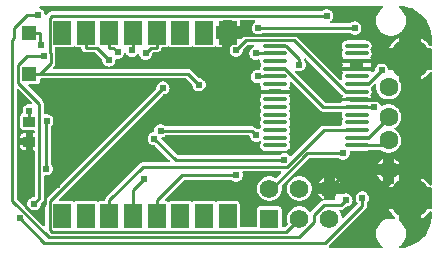
<source format=gtl>
G04 Layer: TopLayer*
G04 EasyEDA v6.5.48, 2025-02-22 14:07:37*
G04 17b28a04ad434079b4a69dc4657e0bf9,f2e2a8b566e441589a5ce94012aa69ba,10*
G04 Gerber Generator version 0.2*
G04 Scale: 100 percent, Rotated: No, Reflected: No *
G04 Dimensions in millimeters *
G04 leading zeros omitted , absolute positions ,4 integer and 5 decimal *
%FSLAX45Y45*%
%MOMM*%

%ADD10C,0.2540*%
%ADD11R,1.3000X1.3000*%
%ADD12R,1.0000X0.8999*%
%ADD13O,2.01549X0.36400740000000004*%
%ADD14R,1.5000X2.0000*%
%ADD15C,1.5748*%
%ADD16R,1.5748X1.5748*%
%ADD17C,1.6000*%
%ADD18C,3.4999*%
%ADD19C,0.6100*%
%ADD20C,0.0190*%

%LPD*%
G36*
X-3203498Y331114D02*
G01*
X-3207410Y331876D01*
X-3210661Y334111D01*
X-3212388Y335788D01*
X-3217265Y338886D01*
X-3222752Y340766D01*
X-3229051Y341477D01*
X-3324961Y341477D01*
X-3328822Y342290D01*
X-3332124Y344474D01*
X-3334359Y347776D01*
X-3335121Y351637D01*
X-3334359Y355549D01*
X-3332124Y358851D01*
X-2452471Y1238554D01*
X-2449576Y1240536D01*
X-2446172Y1241450D01*
X-2441752Y1241856D01*
X-2432253Y1244396D01*
X-2423363Y1248562D01*
X-2415286Y1254201D01*
X-2408377Y1261110D01*
X-2402738Y1269187D01*
X-2398572Y1278077D01*
X-2396032Y1287576D01*
X-2395169Y1297381D01*
X-2396032Y1307134D01*
X-2398572Y1316634D01*
X-2402738Y1325575D01*
X-2408377Y1333601D01*
X-2415286Y1340561D01*
X-2423363Y1346200D01*
X-2432253Y1350314D01*
X-2441752Y1352905D01*
X-2451557Y1353718D01*
X-2461310Y1352905D01*
X-2470810Y1350314D01*
X-2479751Y1346200D01*
X-2487777Y1340561D01*
X-2494737Y1333601D01*
X-2500376Y1325575D01*
X-2504490Y1316634D01*
X-2507081Y1307134D01*
X-2507894Y1297381D01*
X-2508504Y1293012D01*
X-2510840Y1289354D01*
X-3433572Y366623D01*
X-3438702Y360375D01*
X-3440379Y357225D01*
X-3443274Y353872D01*
X-3447338Y352044D01*
X-3451809Y352145D01*
X-3455771Y354177D01*
X-3458514Y357682D01*
X-3459479Y362000D01*
X-3459479Y546354D01*
X-3458616Y550468D01*
X-3456178Y553872D01*
X-3452622Y556006D01*
X-3448456Y556463D01*
X-3439515Y555701D01*
X-3429762Y556564D01*
X-3420262Y559104D01*
X-3411321Y563270D01*
X-3403295Y568909D01*
X-3396335Y575818D01*
X-3390696Y583895D01*
X-3386582Y592785D01*
X-3383991Y602284D01*
X-3383178Y612089D01*
X-3383991Y621842D01*
X-3386582Y631342D01*
X-3390696Y640283D01*
X-3396335Y648309D01*
X-3397961Y649884D01*
X-3400145Y653186D01*
X-3400907Y657098D01*
X-3400907Y967943D01*
X-3400145Y971854D01*
X-3397961Y975156D01*
X-3390849Y982218D01*
X-3385210Y990295D01*
X-3381044Y999185D01*
X-3378504Y1008684D01*
X-3377641Y1018489D01*
X-3378504Y1028242D01*
X-3381044Y1037742D01*
X-3385210Y1046683D01*
X-3390849Y1054709D01*
X-3397758Y1061669D01*
X-3405835Y1067308D01*
X-3414725Y1071422D01*
X-3424224Y1074013D01*
X-3434029Y1074826D01*
X-3443782Y1074013D01*
X-3446678Y1073200D01*
X-3450386Y1072946D01*
X-3453942Y1073962D01*
X-3456889Y1076248D01*
X-3458819Y1079398D01*
X-3459479Y1083005D01*
X-3459479Y1163574D01*
X-3460292Y1171600D01*
X-3462477Y1178814D01*
X-3466033Y1185468D01*
X-3471164Y1191717D01*
X-3588664Y1309268D01*
X-3590899Y1312519D01*
X-3591661Y1316431D01*
X-3590899Y1320342D01*
X-3588664Y1323594D01*
X-3585362Y1325829D01*
X-3581501Y1326591D01*
X-3516985Y1326591D01*
X-3510635Y1327302D01*
X-3505200Y1329232D01*
X-3500272Y1332280D01*
X-3496208Y1336395D01*
X-3493109Y1341272D01*
X-3491179Y1346758D01*
X-3490468Y1353058D01*
X-3490468Y1368755D01*
X-3489706Y1372616D01*
X-3487521Y1375918D01*
X-3484219Y1378153D01*
X-3480308Y1378915D01*
X-2259228Y1378915D01*
X-2255367Y1378153D01*
X-2252065Y1375918D01*
X-2204212Y1328064D01*
X-2202180Y1325168D01*
X-2201265Y1321765D01*
X-2200605Y1313738D01*
X-2198014Y1304239D01*
X-2193899Y1295349D01*
X-2188260Y1287272D01*
X-2181301Y1280363D01*
X-2173274Y1274724D01*
X-2164334Y1270558D01*
X-2154834Y1268018D01*
X-2145080Y1267155D01*
X-2135276Y1268018D01*
X-2125776Y1270558D01*
X-2116886Y1274724D01*
X-2108809Y1280363D01*
X-2101900Y1287272D01*
X-2096262Y1295349D01*
X-2092096Y1304239D01*
X-2089556Y1313738D01*
X-2088692Y1323543D01*
X-2089556Y1333296D01*
X-2092096Y1342796D01*
X-2096262Y1351737D01*
X-2101900Y1359763D01*
X-2108809Y1366723D01*
X-2116886Y1372362D01*
X-2125776Y1376476D01*
X-2135276Y1379067D01*
X-2143302Y1379728D01*
X-2146706Y1380642D01*
X-2149602Y1382674D01*
X-2211374Y1444447D01*
X-2217623Y1449578D01*
X-2224278Y1453134D01*
X-2231542Y1455318D01*
X-2239568Y1456131D01*
X-3370732Y1456131D01*
X-3374644Y1456893D01*
X-3377946Y1459077D01*
X-3380130Y1462379D01*
X-3380892Y1466291D01*
X-3380130Y1470152D01*
X-3377946Y1473454D01*
X-3374796Y1476603D01*
X-3369665Y1482852D01*
X-3366109Y1489506D01*
X-3363925Y1496720D01*
X-3363112Y1504746D01*
X-3363112Y1589786D01*
X-3363925Y1597812D01*
X-3366109Y1605076D01*
X-3367684Y1608632D01*
X-3367989Y1611122D01*
X-3367989Y1629511D01*
X-3367227Y1633423D01*
X-3364992Y1636725D01*
X-3361690Y1638909D01*
X-3357829Y1639671D01*
X-3229051Y1639671D01*
X-3222752Y1640382D01*
X-3217265Y1642313D01*
X-3212388Y1645412D01*
X-3210661Y1647088D01*
X-3207410Y1649323D01*
X-3203498Y1650085D01*
X-3199638Y1649323D01*
X-3196336Y1647088D01*
X-3194608Y1645412D01*
X-3189732Y1642313D01*
X-3184245Y1640382D01*
X-3177946Y1639671D01*
X-3151428Y1639671D01*
X-3147771Y1639011D01*
X-3144621Y1637080D01*
X-3142386Y1634083D01*
X-3139135Y1622907D01*
X-3135528Y1616252D01*
X-3130753Y1610410D01*
X-3124911Y1605635D01*
X-3118256Y1602028D01*
X-3110992Y1599844D01*
X-3102965Y1599082D01*
X-3032912Y1599082D01*
X-3029051Y1598320D01*
X-3025749Y1596085D01*
X-2968294Y1538630D01*
X-2966262Y1535734D01*
X-2965348Y1532331D01*
X-2964688Y1524304D01*
X-2962097Y1514805D01*
X-2957982Y1505915D01*
X-2952343Y1497838D01*
X-2945384Y1490929D01*
X-2937357Y1485290D01*
X-2928416Y1481124D01*
X-2918917Y1478584D01*
X-2909163Y1477721D01*
X-2899359Y1478584D01*
X-2889859Y1481124D01*
X-2880969Y1485290D01*
X-2872892Y1490929D01*
X-2865983Y1497838D01*
X-2860344Y1505915D01*
X-2856179Y1514805D01*
X-2853639Y1524254D01*
X-2852724Y1535379D01*
X-2851658Y1539189D01*
X-2849168Y1542338D01*
X-2845714Y1544269D01*
X-2841752Y1544675D01*
X-2834741Y1544066D01*
X-2824988Y1544929D01*
X-2815488Y1547469D01*
X-2806547Y1551635D01*
X-2798521Y1557274D01*
X-2791561Y1564182D01*
X-2785922Y1572260D01*
X-2781757Y1581200D01*
X-2780893Y1584350D01*
X-2779166Y1587754D01*
X-2776372Y1590344D01*
X-2772816Y1591665D01*
X-2769006Y1591564D01*
X-2765501Y1590090D01*
X-2762758Y1587449D01*
X-2756611Y1578660D01*
X-2749702Y1571752D01*
X-2741625Y1566113D01*
X-2732735Y1561947D01*
X-2723235Y1559407D01*
X-2713431Y1558544D01*
X-2703677Y1559407D01*
X-2694178Y1561947D01*
X-2685237Y1566113D01*
X-2677210Y1571752D01*
X-2667101Y1581962D01*
X-2663545Y1583436D01*
X-2659735Y1583486D01*
X-2656179Y1582115D01*
X-2653334Y1579575D01*
X-2651658Y1576120D01*
X-2650642Y1572310D01*
X-2646527Y1563420D01*
X-2640888Y1555343D01*
X-2633929Y1548434D01*
X-2625902Y1542796D01*
X-2616962Y1538630D01*
X-2607462Y1536090D01*
X-2597708Y1535226D01*
X-2587904Y1536090D01*
X-2578404Y1538630D01*
X-2569514Y1542796D01*
X-2561437Y1548434D01*
X-2554528Y1555343D01*
X-2548890Y1563420D01*
X-2544724Y1572310D01*
X-2542184Y1581810D01*
X-2541473Y1589786D01*
X-2540457Y1593392D01*
X-2538222Y1596390D01*
X-2535021Y1598371D01*
X-2531364Y1599082D01*
X-2503982Y1599082D01*
X-2495956Y1599844D01*
X-2488742Y1602028D01*
X-2482088Y1605635D01*
X-2476246Y1610410D01*
X-2471420Y1616252D01*
X-2467864Y1622907D01*
X-2464612Y1634083D01*
X-2462326Y1637080D01*
X-2459177Y1639011D01*
X-2455519Y1639671D01*
X-2429052Y1639671D01*
X-2422753Y1640382D01*
X-2417267Y1642313D01*
X-2412390Y1645412D01*
X-2410663Y1647088D01*
X-2407412Y1649323D01*
X-2403500Y1650085D01*
X-2399588Y1649323D01*
X-2396337Y1647088D01*
X-2394610Y1645412D01*
X-2389733Y1642313D01*
X-2384247Y1640382D01*
X-2377948Y1639671D01*
X-2229053Y1639671D01*
X-2222754Y1640382D01*
X-2217267Y1642313D01*
X-2212390Y1645412D01*
X-2210663Y1647088D01*
X-2207412Y1649323D01*
X-2203500Y1650085D01*
X-2199589Y1649323D01*
X-2196338Y1647088D01*
X-2194610Y1645412D01*
X-2189734Y1642313D01*
X-2184247Y1640382D01*
X-2177948Y1639671D01*
X-2029053Y1639671D01*
X-2022754Y1640382D01*
X-2017268Y1642313D01*
X-2012391Y1645412D01*
X-2010664Y1647088D01*
X-2007412Y1649323D01*
X-2003501Y1650085D01*
X-1999589Y1649323D01*
X-1996338Y1647088D01*
X-1994611Y1645412D01*
X-1989734Y1642313D01*
X-1984248Y1640382D01*
X-1977948Y1639671D01*
X-1947367Y1639671D01*
X-1947367Y1709267D01*
X-1992426Y1709267D01*
X-1996338Y1710029D01*
X-1999640Y1712214D01*
X-2001824Y1715516D01*
X-2002586Y1719427D01*
X-2002586Y1811782D01*
X-2001824Y1815693D01*
X-1999640Y1818995D01*
X-1996338Y1821180D01*
X-1992426Y1821942D01*
X-1947367Y1821942D01*
X-1947367Y1858822D01*
X-1946554Y1862683D01*
X-1944370Y1865985D01*
X-1941068Y1868220D01*
X-1937207Y1868982D01*
X-1869795Y1868982D01*
X-1865934Y1868220D01*
X-1862632Y1865985D01*
X-1860448Y1862683D01*
X-1859635Y1858822D01*
X-1859635Y1821942D01*
X-1802587Y1821942D01*
X-1802587Y1858822D01*
X-1801825Y1862683D01*
X-1799640Y1865985D01*
X-1796338Y1868220D01*
X-1792427Y1868982D01*
X-1679346Y1868982D01*
X-1675180Y1868068D01*
X-1671726Y1865579D01*
X-1669643Y1861870D01*
X-1669237Y1857654D01*
X-1670608Y1853590D01*
X-1673504Y1850491D01*
X-1678686Y1846884D01*
X-1685594Y1839925D01*
X-1691233Y1831898D01*
X-1695399Y1822957D01*
X-1697939Y1813458D01*
X-1698802Y1803704D01*
X-1697939Y1793900D01*
X-1695399Y1784400D01*
X-1691233Y1775510D01*
X-1685594Y1767433D01*
X-1678686Y1760524D01*
X-1674774Y1757781D01*
X-1671878Y1754682D01*
X-1670507Y1750618D01*
X-1670913Y1746402D01*
X-1672996Y1742693D01*
X-1676450Y1740204D01*
X-1680616Y1739290D01*
X-1748383Y1739290D01*
X-1756410Y1738528D01*
X-1763623Y1736343D01*
X-1770278Y1732737D01*
X-1776526Y1727657D01*
X-1791970Y1712214D01*
X-1795221Y1710029D01*
X-1799132Y1709267D01*
X-1859635Y1709267D01*
X-1859635Y1671828D01*
X-1860143Y1668627D01*
X-1861667Y1665732D01*
X-1864004Y1663496D01*
X-1869084Y1659940D01*
X-1875993Y1652981D01*
X-1881632Y1644954D01*
X-1885797Y1636014D01*
X-1888337Y1626514D01*
X-1889201Y1616760D01*
X-1888337Y1606956D01*
X-1885797Y1597456D01*
X-1881632Y1588566D01*
X-1875993Y1580489D01*
X-1869084Y1573580D01*
X-1861007Y1567942D01*
X-1852117Y1563776D01*
X-1842617Y1561236D01*
X-1832813Y1560372D01*
X-1823059Y1561236D01*
X-1813560Y1563776D01*
X-1804619Y1567942D01*
X-1796592Y1573580D01*
X-1789633Y1580489D01*
X-1783994Y1588566D01*
X-1779879Y1597456D01*
X-1777288Y1606956D01*
X-1776628Y1614982D01*
X-1775714Y1618386D01*
X-1773682Y1621282D01*
X-1735886Y1659128D01*
X-1732584Y1661312D01*
X-1728673Y1662074D01*
X-1687982Y1662074D01*
X-1684121Y1661312D01*
X-1680870Y1659178D01*
X-1678635Y1655978D01*
X-1677822Y1652168D01*
X-1678482Y1648358D01*
X-1680514Y1645005D01*
X-1683664Y1642719D01*
X-1691893Y1638909D01*
X-1699920Y1633270D01*
X-1706880Y1626311D01*
X-1712518Y1618284D01*
X-1716633Y1609344D01*
X-1719224Y1599844D01*
X-1720037Y1590090D01*
X-1719224Y1580286D01*
X-1716633Y1570786D01*
X-1712518Y1561896D01*
X-1706880Y1553819D01*
X-1699920Y1546910D01*
X-1691893Y1541272D01*
X-1682953Y1537106D01*
X-1673453Y1534566D01*
X-1663700Y1533702D01*
X-1653895Y1534566D01*
X-1644396Y1537106D01*
X-1642110Y1538173D01*
X-1638198Y1539138D01*
X-1634185Y1538427D01*
X-1630781Y1536293D01*
X-1628495Y1532940D01*
X-1627682Y1528978D01*
X-1627682Y1520342D01*
X-1626158Y1512316D01*
X-1623263Y1504746D01*
X-1618589Y1497228D01*
X-1617268Y1493774D01*
X-1617268Y1490014D01*
X-1618589Y1486560D01*
X-1623263Y1479042D01*
X-1626158Y1471472D01*
X-1627682Y1463446D01*
X-1627682Y1460093D01*
X-1628546Y1455978D01*
X-1630984Y1452575D01*
X-1634591Y1450441D01*
X-1638706Y1449933D01*
X-1648358Y1450797D01*
X-1658112Y1449933D01*
X-1667611Y1447393D01*
X-1676552Y1443228D01*
X-1684578Y1437589D01*
X-1691538Y1430680D01*
X-1697177Y1422603D01*
X-1701292Y1413713D01*
X-1703882Y1404213D01*
X-1704695Y1394409D01*
X-1703882Y1384655D01*
X-1701292Y1375156D01*
X-1697177Y1366215D01*
X-1691538Y1358188D01*
X-1684578Y1351229D01*
X-1676552Y1345590D01*
X-1667611Y1341475D01*
X-1658112Y1338884D01*
X-1648358Y1338072D01*
X-1638706Y1338884D01*
X-1634591Y1338376D01*
X-1630984Y1336243D01*
X-1628546Y1332839D01*
X-1627682Y1328775D01*
X-1627682Y1325321D01*
X-1626158Y1317345D01*
X-1623263Y1309776D01*
X-1618589Y1302258D01*
X-1617268Y1298752D01*
X-1617268Y1295044D01*
X-1618589Y1291539D01*
X-1623263Y1284020D01*
X-1624888Y1279855D01*
X-1556816Y1279855D01*
X-1554530Y1282750D01*
X-1551381Y1284630D01*
X-1547825Y1285290D01*
X-1454658Y1285290D01*
X-1451051Y1284630D01*
X-1447901Y1282750D01*
X-1445666Y1279855D01*
X-1377594Y1279855D01*
X-1379220Y1284020D01*
X-1383842Y1291539D01*
X-1385214Y1295044D01*
X-1385214Y1298752D01*
X-1383842Y1302258D01*
X-1379220Y1309776D01*
X-1376273Y1317345D01*
X-1374749Y1325321D01*
X-1374749Y1333449D01*
X-1375257Y1336141D01*
X-1375156Y1340408D01*
X-1373276Y1344218D01*
X-1370025Y1346962D01*
X-1365910Y1348130D01*
X-1361694Y1347520D01*
X-1358087Y1345184D01*
X-1120394Y1107440D01*
X-1114145Y1102360D01*
X-1107490Y1098753D01*
X-1100226Y1096568D01*
X-1092200Y1095806D01*
X-944422Y1095806D01*
X-940562Y1095044D01*
X-937310Y1092860D01*
X-935075Y1089660D01*
X-934262Y1085799D01*
X-936650Y1073454D01*
X-936650Y1065326D01*
X-935126Y1057351D01*
X-932180Y1049782D01*
X-927557Y1042263D01*
X-926185Y1038758D01*
X-926185Y1035050D01*
X-927557Y1031544D01*
X-932180Y1024026D01*
X-935126Y1016457D01*
X-936650Y1008481D01*
X-936650Y1000353D01*
X-934262Y988009D01*
X-935075Y984148D01*
X-937310Y980948D01*
X-940562Y978763D01*
X-944422Y978001D01*
X-1089558Y978001D01*
X-1097584Y977239D01*
X-1104798Y975055D01*
X-1111453Y971448D01*
X-1117701Y966368D01*
X-1362456Y721614D01*
X-1366164Y719277D01*
X-1370533Y718667D01*
X-1374698Y719988D01*
X-1377950Y722985D01*
X-1379778Y725576D01*
X-1386687Y732536D01*
X-1394764Y738174D01*
X-1403654Y742289D01*
X-1413154Y744880D01*
X-1417269Y745236D01*
X-1421384Y746455D01*
X-1424076Y748842D01*
X-1426768Y746353D01*
X-1430985Y745032D01*
X-1432712Y744880D01*
X-1442212Y742289D01*
X-1451152Y738174D01*
X-1459179Y732536D01*
X-1460754Y730910D01*
X-1464056Y728726D01*
X-1467967Y727964D01*
X-2323896Y727964D01*
X-2327757Y728726D01*
X-2331059Y730910D01*
X-2462276Y862126D01*
X-2464562Y865682D01*
X-2465222Y869848D01*
X-2464155Y873912D01*
X-2461463Y877214D01*
X-2457704Y879144D01*
X-2451811Y880719D01*
X-2442870Y884885D01*
X-2434844Y890524D01*
X-2433269Y892098D01*
X-2429967Y894334D01*
X-2426055Y895096D01*
X-1725371Y895096D01*
X-1721053Y894130D01*
X-1717598Y891438D01*
X-1715566Y887526D01*
X-1712772Y877062D01*
X-1708607Y868171D01*
X-1702968Y860094D01*
X-1696059Y853186D01*
X-1687982Y847547D01*
X-1679092Y843381D01*
X-1669592Y840841D01*
X-1659788Y839978D01*
X-1650034Y840841D01*
X-1640535Y843381D01*
X-1634591Y846124D01*
X-1630375Y847090D01*
X-1626158Y846226D01*
X-1622704Y843686D01*
X-1620570Y839927D01*
X-1620215Y835660D01*
X-1621688Y831596D01*
X-1623263Y829056D01*
X-1626158Y821436D01*
X-1627682Y813460D01*
X-1627682Y805332D01*
X-1626158Y797356D01*
X-1623263Y789736D01*
X-1618945Y782828D01*
X-1613458Y776833D01*
X-1607007Y771956D01*
X-1599692Y768299D01*
X-1591919Y766064D01*
X-1583334Y765302D01*
X-1431848Y765302D01*
X-1427581Y764336D01*
X-1424178Y761746D01*
X-1421434Y764184D01*
X-1417320Y765454D01*
X-1410563Y766064D01*
X-1402740Y768299D01*
X-1395476Y771956D01*
X-1388973Y776833D01*
X-1383487Y782828D01*
X-1379220Y789736D01*
X-1376273Y797356D01*
X-1374749Y805332D01*
X-1374749Y813460D01*
X-1376273Y821436D01*
X-1379220Y829056D01*
X-1383842Y836574D01*
X-1385214Y840028D01*
X-1385214Y843787D01*
X-1383842Y847242D01*
X-1379220Y854760D01*
X-1376273Y862330D01*
X-1374749Y870356D01*
X-1374749Y878484D01*
X-1376273Y886460D01*
X-1379220Y894029D01*
X-1383842Y901547D01*
X-1385214Y905052D01*
X-1385214Y908761D01*
X-1383842Y912266D01*
X-1379220Y919784D01*
X-1376273Y927353D01*
X-1374749Y935329D01*
X-1374749Y943457D01*
X-1376273Y951484D01*
X-1379220Y959053D01*
X-1383842Y966571D01*
X-1385214Y970026D01*
X-1385214Y973785D01*
X-1383842Y977239D01*
X-1379220Y984758D01*
X-1376273Y992327D01*
X-1374749Y1000353D01*
X-1374749Y1008481D01*
X-1376273Y1016457D01*
X-1379220Y1024026D01*
X-1383842Y1031544D01*
X-1385214Y1035050D01*
X-1385214Y1038758D01*
X-1383842Y1042263D01*
X-1379220Y1049782D01*
X-1376273Y1057351D01*
X-1374749Y1065326D01*
X-1374749Y1073454D01*
X-1376273Y1081481D01*
X-1379220Y1089050D01*
X-1383842Y1096568D01*
X-1385214Y1100023D01*
X-1385214Y1103782D01*
X-1383842Y1107236D01*
X-1379220Y1114755D01*
X-1376273Y1122324D01*
X-1374749Y1130350D01*
X-1374749Y1138478D01*
X-1376273Y1146454D01*
X-1379220Y1154023D01*
X-1383842Y1161542D01*
X-1385214Y1165047D01*
X-1385214Y1168755D01*
X-1383842Y1172260D01*
X-1379220Y1179779D01*
X-1376273Y1187348D01*
X-1374749Y1195324D01*
X-1374749Y1203452D01*
X-1376273Y1211478D01*
X-1379220Y1219047D01*
X-1383842Y1226566D01*
X-1385214Y1230020D01*
X-1385214Y1233779D01*
X-1383842Y1237234D01*
X-1379220Y1244752D01*
X-1377594Y1248968D01*
X-1445666Y1248968D01*
X-1447901Y1246073D01*
X-1451051Y1244193D01*
X-1454658Y1243533D01*
X-1547825Y1243533D01*
X-1551381Y1244193D01*
X-1554530Y1246073D01*
X-1556816Y1248968D01*
X-1624888Y1248968D01*
X-1623263Y1244752D01*
X-1618589Y1237234D01*
X-1617268Y1233779D01*
X-1617268Y1230020D01*
X-1618589Y1226566D01*
X-1623263Y1219047D01*
X-1626158Y1211478D01*
X-1627682Y1203452D01*
X-1627682Y1195324D01*
X-1626158Y1187348D01*
X-1623263Y1179779D01*
X-1618589Y1172260D01*
X-1617268Y1168755D01*
X-1617268Y1165047D01*
X-1618589Y1161542D01*
X-1623263Y1154023D01*
X-1626158Y1146454D01*
X-1627682Y1138478D01*
X-1627682Y1130350D01*
X-1626158Y1122324D01*
X-1623263Y1114755D01*
X-1618589Y1107236D01*
X-1617268Y1103782D01*
X-1617268Y1100023D01*
X-1618589Y1096568D01*
X-1623263Y1089050D01*
X-1626158Y1081481D01*
X-1627682Y1073454D01*
X-1627682Y1065326D01*
X-1626158Y1057351D01*
X-1623263Y1049782D01*
X-1618589Y1042263D01*
X-1617268Y1038758D01*
X-1617268Y1035050D01*
X-1618589Y1031544D01*
X-1623263Y1024026D01*
X-1626158Y1016457D01*
X-1627682Y1008481D01*
X-1627682Y1000353D01*
X-1626158Y992327D01*
X-1623263Y984758D01*
X-1618589Y977239D01*
X-1617268Y973785D01*
X-1617268Y970026D01*
X-1618589Y966571D01*
X-1623263Y959053D01*
X-1625142Y954125D01*
X-1627378Y950671D01*
X-1630832Y948334D01*
X-1634896Y947623D01*
X-1638909Y948588D01*
X-1640535Y949299D01*
X-1650034Y951890D01*
X-1658061Y952550D01*
X-1661464Y953465D01*
X-1664360Y955497D01*
X-1669491Y960628D01*
X-1675739Y965758D01*
X-1682394Y969314D01*
X-1689607Y971499D01*
X-1697634Y972312D01*
X-2426055Y972312D01*
X-2429967Y973074D01*
X-2433269Y975258D01*
X-2434844Y976884D01*
X-2442870Y982522D01*
X-2451811Y986637D01*
X-2461310Y989228D01*
X-2471064Y990041D01*
X-2480868Y989228D01*
X-2490368Y986637D01*
X-2499258Y982522D01*
X-2507335Y976884D01*
X-2514244Y969924D01*
X-2519883Y961898D01*
X-2524048Y952957D01*
X-2526588Y943457D01*
X-2527706Y929792D01*
X-2529230Y926592D01*
X-2531719Y924102D01*
X-2534920Y922629D01*
X-2541828Y920750D01*
X-2550718Y916635D01*
X-2558796Y910996D01*
X-2565704Y904036D01*
X-2571343Y896010D01*
X-2575509Y887069D01*
X-2578049Y877569D01*
X-2578912Y867816D01*
X-2578049Y858012D01*
X-2575509Y848512D01*
X-2571343Y839622D01*
X-2565704Y831545D01*
X-2558796Y824636D01*
X-2550718Y818997D01*
X-2541828Y814832D01*
X-2532329Y812292D01*
X-2524302Y811580D01*
X-2520899Y810666D01*
X-2518003Y808634D01*
X-2396032Y686714D01*
X-2393848Y683412D01*
X-2393086Y679551D01*
X-2393848Y675640D01*
X-2396032Y672338D01*
X-2399334Y670153D01*
X-2403246Y669391D01*
X-2615692Y669391D01*
X-2623718Y668578D01*
X-2630982Y666394D01*
X-2637637Y662838D01*
X-2643886Y657707D01*
X-2930448Y371144D01*
X-2935528Y364896D01*
X-2939135Y358241D01*
X-2942386Y347116D01*
X-2944622Y344119D01*
X-2947771Y342188D01*
X-2951429Y341528D01*
X-2977946Y341528D01*
X-2984246Y340817D01*
X-2989732Y338886D01*
X-2994609Y335788D01*
X-2996336Y334111D01*
X-2999587Y331876D01*
X-3003499Y331114D01*
X-3007410Y331876D01*
X-3010662Y334111D01*
X-3012389Y335788D01*
X-3017266Y338886D01*
X-3022752Y340817D01*
X-3029051Y341528D01*
X-3177946Y341528D01*
X-3184245Y340817D01*
X-3189732Y338886D01*
X-3194608Y335788D01*
X-3196336Y334111D01*
X-3199638Y331876D01*
G37*

%LPD*%
G36*
X-3601821Y275183D02*
G01*
X-3605784Y275945D01*
X-3609136Y278180D01*
X-3686962Y356006D01*
X-3689197Y359308D01*
X-3689959Y363220D01*
X-3689959Y1276807D01*
X-3689197Y1280668D01*
X-3686962Y1283970D01*
X-3683660Y1286154D01*
X-3679799Y1286967D01*
X-3675887Y1286154D01*
X-3672586Y1283970D01*
X-3565550Y1176883D01*
X-3563264Y1173480D01*
X-3562553Y1169416D01*
X-3563518Y1165402D01*
X-3565956Y1162151D01*
X-3569512Y1160068D01*
X-3573627Y1159611D01*
X-3583279Y1160424D01*
X-3593033Y1159611D01*
X-3602532Y1157020D01*
X-3611473Y1152906D01*
X-3619500Y1147267D01*
X-3626459Y1140307D01*
X-3632098Y1132281D01*
X-3636213Y1123340D01*
X-3638804Y1113840D01*
X-3639616Y1104087D01*
X-3638804Y1094282D01*
X-3638092Y1091692D01*
X-3637889Y1087424D01*
X-3639413Y1083462D01*
X-3642512Y1080465D01*
X-3647490Y1077315D01*
X-3651605Y1073200D01*
X-3654704Y1068324D01*
X-3656584Y1062837D01*
X-3657295Y1056538D01*
X-3657295Y967689D01*
X-3656584Y961339D01*
X-3654704Y955903D01*
X-3651605Y950976D01*
X-3647490Y946912D01*
X-3642614Y943813D01*
X-3637127Y941933D01*
X-3630828Y941222D01*
X-3546856Y941222D01*
X-3542995Y940409D01*
X-3539693Y938225D01*
X-3537458Y934923D01*
X-3536696Y931062D01*
X-3536696Y923188D01*
X-3537458Y919276D01*
X-3539693Y915974D01*
X-3542995Y913790D01*
X-3546856Y913028D01*
X-3550056Y913028D01*
X-3550056Y870966D01*
X-3546856Y870966D01*
X-3542995Y870203D01*
X-3539693Y867968D01*
X-3537458Y864666D01*
X-3536696Y860806D01*
X-3536696Y823417D01*
X-3537458Y819556D01*
X-3539693Y816254D01*
X-3542995Y814019D01*
X-3546856Y813257D01*
X-3550056Y813257D01*
X-3550056Y771194D01*
X-3546856Y771194D01*
X-3542995Y770432D01*
X-3539693Y768248D01*
X-3537458Y764946D01*
X-3536696Y761034D01*
X-3536696Y382219D01*
X-3537407Y378510D01*
X-3539388Y375310D01*
X-3542385Y373075D01*
X-3545992Y372059D01*
X-3552799Y371500D01*
X-3562299Y368909D01*
X-3571240Y364794D01*
X-3579266Y359156D01*
X-3586226Y352196D01*
X-3591864Y344170D01*
X-3595979Y335229D01*
X-3598570Y325729D01*
X-3599383Y315976D01*
X-3598570Y306171D01*
X-3595979Y296672D01*
X-3592728Y289661D01*
X-3591763Y285750D01*
X-3592423Y281787D01*
X-3594557Y278384D01*
X-3597859Y276047D01*
G37*

%LPC*%
G36*
X-3630828Y771194D02*
G01*
X-3612743Y771194D01*
X-3612743Y813257D01*
X-3657295Y813257D01*
X-3657295Y797661D01*
X-3656584Y791362D01*
X-3654704Y785876D01*
X-3651605Y780999D01*
X-3647490Y776884D01*
X-3642614Y773836D01*
X-3637127Y771906D01*
G37*
G36*
X-3657295Y870966D02*
G01*
X-3612743Y870966D01*
X-3612743Y913028D01*
X-3630828Y913028D01*
X-3637127Y912317D01*
X-3642614Y910386D01*
X-3647490Y907287D01*
X-3651605Y903224D01*
X-3654704Y898296D01*
X-3656584Y892860D01*
X-3657295Y886510D01*
G37*

%LPD*%
G36*
X-3455415Y128676D02*
G01*
X-3459276Y129438D01*
X-3462578Y131622D01*
X-3580841Y249885D01*
X-3583025Y253238D01*
X-3583787Y257200D01*
X-3582924Y261112D01*
X-3580637Y264414D01*
X-3577234Y266547D01*
X-3573272Y267208D01*
X-3569360Y266293D01*
X-3562299Y262991D01*
X-3552799Y260451D01*
X-3543046Y259588D01*
X-3533241Y260451D01*
X-3523742Y262991D01*
X-3514851Y267157D01*
X-3506774Y272796D01*
X-3499865Y279704D01*
X-3494227Y287782D01*
X-3490061Y296672D01*
X-3487521Y306171D01*
X-3486810Y314198D01*
X-3485896Y317601D01*
X-3483864Y320497D01*
X-3471164Y333248D01*
X-3466033Y339496D01*
X-3464356Y342595D01*
X-3461461Y345998D01*
X-3457397Y347776D01*
X-3452926Y347675D01*
X-3448964Y345694D01*
X-3446221Y342188D01*
X-3445256Y337820D01*
X-3445256Y138836D01*
X-3446018Y134924D01*
X-3448202Y131622D01*
X-3451504Y129438D01*
G37*

%LPD*%
G36*
X-1039723Y-58216D02*
G01*
X-1043635Y-57404D01*
X-1046937Y-55219D01*
X-1049121Y-51917D01*
X-1049883Y-48056D01*
X-1049121Y-44145D01*
X-1046937Y-40843D01*
X-736396Y269697D01*
X-731266Y275945D01*
X-727710Y282600D01*
X-725525Y289814D01*
X-724712Y297840D01*
X-724712Y320497D01*
X-723950Y324358D01*
X-721766Y327660D01*
X-720140Y329234D01*
X-714502Y337312D01*
X-710387Y346202D01*
X-707796Y355701D01*
X-706983Y365506D01*
X-707796Y375259D01*
X-710387Y384759D01*
X-714502Y393700D01*
X-720140Y401726D01*
X-727100Y408686D01*
X-735126Y414324D01*
X-744067Y418439D01*
X-753567Y421030D01*
X-763320Y421843D01*
X-773125Y421030D01*
X-782624Y418439D01*
X-791514Y414324D01*
X-799592Y408686D01*
X-806500Y401726D01*
X-812139Y393700D01*
X-816305Y384759D01*
X-818845Y375259D01*
X-819708Y365506D01*
X-818845Y355701D01*
X-816305Y346202D01*
X-812139Y337312D01*
X-806500Y329234D01*
X-804926Y327660D01*
X-802690Y324358D01*
X-801928Y320497D01*
X-801928Y317550D01*
X-802690Y313639D01*
X-804926Y310337D01*
X-920191Y195122D01*
X-923391Y192938D01*
X-927150Y192125D01*
X-930960Y192786D01*
X-934212Y194767D01*
X-936548Y197866D01*
X-937514Y201625D01*
X-937666Y204165D01*
X-940358Y217576D01*
X-944727Y230530D01*
X-950772Y242824D01*
X-955903Y250494D01*
X-957478Y254508D01*
X-957224Y258876D01*
X-955192Y262737D01*
X-951737Y265328D01*
X-947470Y266293D01*
X-945845Y266293D01*
X-937818Y267055D01*
X-930554Y269240D01*
X-923899Y272846D01*
X-917651Y277926D01*
X-906424Y289153D01*
X-903528Y291185D01*
X-900125Y292100D01*
X-892098Y292811D01*
X-882599Y295351D01*
X-873709Y299516D01*
X-865632Y305155D01*
X-858723Y312064D01*
X-853084Y320141D01*
X-848918Y329031D01*
X-846378Y338531D01*
X-845515Y348335D01*
X-846378Y358089D01*
X-848918Y367588D01*
X-853084Y376529D01*
X-858723Y384556D01*
X-865632Y391515D01*
X-873709Y397154D01*
X-882599Y401269D01*
X-892098Y403860D01*
X-901903Y404672D01*
X-911656Y403860D01*
X-921156Y401269D01*
X-928878Y397713D01*
X-932383Y396748D01*
X-936040Y397154D01*
X-939292Y398780D01*
X-995680Y398780D01*
X-995680Y353669D01*
X-996442Y349758D01*
X-998677Y346456D01*
X-1001928Y344271D01*
X-1005840Y343509D01*
X-1076960Y343509D01*
X-1080871Y344271D01*
X-1084122Y346456D01*
X-1086358Y349758D01*
X-1087120Y353669D01*
X-1087120Y398780D01*
X-1135278Y398780D01*
X-1132027Y392176D01*
X-1124407Y380796D01*
X-1115364Y370535D01*
X-1105052Y361492D01*
X-1100480Y358343D01*
X-1097584Y355396D01*
X-1096111Y351485D01*
X-1096314Y347370D01*
X-1098194Y343662D01*
X-1101344Y340969D01*
X-1108913Y336956D01*
X-1115161Y331825D01*
X-1195781Y251206D01*
X-1199540Y248818D01*
X-1203960Y248259D01*
X-1208176Y249682D01*
X-1211427Y252729D01*
X-1212392Y254203D01*
X-1221435Y264464D01*
X-1231696Y273507D01*
X-1243076Y281127D01*
X-1255369Y287172D01*
X-1268323Y291541D01*
X-1281734Y294233D01*
X-1295400Y295148D01*
X-1309065Y294233D01*
X-1322476Y291541D01*
X-1335430Y287172D01*
X-1347724Y281127D01*
X-1359103Y273507D01*
X-1369364Y264464D01*
X-1378407Y254203D01*
X-1386027Y242824D01*
X-1392072Y230530D01*
X-1396441Y217576D01*
X-1399133Y204165D01*
X-1400048Y190500D01*
X-1399133Y176834D01*
X-1396441Y163423D01*
X-1393596Y154940D01*
X-1393037Y151231D01*
X-1393901Y147574D01*
X-1396034Y144475D01*
X-1420266Y120243D01*
X-1423568Y118008D01*
X-1427429Y117246D01*
X-1434592Y117246D01*
X-1438503Y118008D01*
X-1441754Y120243D01*
X-1443990Y123545D01*
X-1444752Y127406D01*
X-1444752Y268681D01*
X-1445463Y274980D01*
X-1447393Y280466D01*
X-1450441Y285343D01*
X-1454556Y289458D01*
X-1459433Y292506D01*
X-1464919Y294436D01*
X-1471218Y295148D01*
X-1627581Y295148D01*
X-1633880Y294436D01*
X-1639366Y292506D01*
X-1644243Y289458D01*
X-1648358Y285343D01*
X-1651406Y280466D01*
X-1653336Y274980D01*
X-1654048Y268681D01*
X-1654048Y127406D01*
X-1654810Y123545D01*
X-1657045Y120243D01*
X-1660296Y118008D01*
X-1664207Y117246D01*
X-1792427Y117246D01*
X-1796338Y118008D01*
X-1799589Y120243D01*
X-1801825Y123545D01*
X-1802587Y127406D01*
X-1802587Y315010D01*
X-1803298Y321360D01*
X-1805228Y326796D01*
X-1808276Y331724D01*
X-1812391Y335788D01*
X-1817268Y338886D01*
X-1822754Y340817D01*
X-1829054Y341528D01*
X-1977948Y341528D01*
X-1984248Y340817D01*
X-1989734Y338886D01*
X-1994611Y335788D01*
X-1996338Y334111D01*
X-1999589Y331876D01*
X-2003501Y331114D01*
X-2007362Y331876D01*
X-2010664Y334111D01*
X-2012391Y335788D01*
X-2017268Y338886D01*
X-2022754Y340817D01*
X-2029053Y341528D01*
X-2177948Y341528D01*
X-2184247Y340817D01*
X-2189734Y338886D01*
X-2194610Y335788D01*
X-2196338Y334111D01*
X-2199589Y331876D01*
X-2203500Y331114D01*
X-2207361Y331876D01*
X-2210663Y334111D01*
X-2212390Y335788D01*
X-2217267Y338886D01*
X-2222754Y340817D01*
X-2229053Y341528D01*
X-2377948Y341528D01*
X-2384247Y340817D01*
X-2389733Y338886D01*
X-2394610Y335788D01*
X-2396337Y334111D01*
X-2399588Y331876D01*
X-2403500Y331114D01*
X-2407361Y331876D01*
X-2410663Y334111D01*
X-2412390Y335788D01*
X-2417267Y338886D01*
X-2422753Y340817D01*
X-2427681Y341376D01*
X-2431288Y342442D01*
X-2434285Y344830D01*
X-2436164Y348081D01*
X-2436723Y351840D01*
X-2435860Y355498D01*
X-2433726Y358648D01*
X-2276602Y515772D01*
X-2273300Y518007D01*
X-2269439Y518769D01*
X-1875942Y518769D01*
X-1872030Y518007D01*
X-1868728Y515772D01*
X-1867154Y514197D01*
X-1859127Y508558D01*
X-1850186Y504393D01*
X-1840687Y501853D01*
X-1830933Y500989D01*
X-1821129Y501853D01*
X-1811629Y504393D01*
X-1802739Y508558D01*
X-1794662Y514197D01*
X-1787753Y521106D01*
X-1782114Y529183D01*
X-1777949Y538073D01*
X-1775409Y547573D01*
X-1774545Y557377D01*
X-1775409Y567131D01*
X-1779371Y581660D01*
X-1778711Y585622D01*
X-1776526Y589076D01*
X-1773224Y591362D01*
X-1769262Y592175D01*
X-1458772Y592175D01*
X-1454861Y591413D01*
X-1451559Y589178D01*
X-1449374Y585876D01*
X-1448612Y582015D01*
X-1449374Y578104D01*
X-1451559Y574802D01*
X-1488033Y538327D01*
X-1491538Y536041D01*
X-1495704Y535381D01*
X-1499717Y536397D01*
X-1509369Y541172D01*
X-1522323Y545541D01*
X-1535734Y548233D01*
X-1549400Y549148D01*
X-1563065Y548233D01*
X-1576476Y545541D01*
X-1589430Y541172D01*
X-1601724Y535127D01*
X-1613103Y527507D01*
X-1623364Y518464D01*
X-1632407Y508203D01*
X-1640027Y496824D01*
X-1646072Y484530D01*
X-1650441Y471576D01*
X-1653133Y458165D01*
X-1654048Y444500D01*
X-1653133Y430834D01*
X-1650441Y417423D01*
X-1646072Y404469D01*
X-1640027Y392176D01*
X-1632407Y380796D01*
X-1623364Y370535D01*
X-1613103Y361492D01*
X-1601724Y353872D01*
X-1589430Y347827D01*
X-1576476Y343458D01*
X-1563065Y340766D01*
X-1549400Y339852D01*
X-1535734Y340766D01*
X-1522323Y343458D01*
X-1509369Y347827D01*
X-1497076Y353872D01*
X-1485696Y361492D01*
X-1475435Y370535D01*
X-1466392Y380796D01*
X-1458772Y392176D01*
X-1452727Y404469D01*
X-1448358Y417423D01*
X-1445666Y430834D01*
X-1444752Y444500D01*
X-1445666Y458165D01*
X-1446834Y464007D01*
X-1446936Y467309D01*
X-1445971Y470458D01*
X-1444040Y473151D01*
X-1214475Y702767D01*
X-1211173Y704951D01*
X-1207262Y705713D01*
X-971499Y705713D01*
X-967587Y704951D01*
X-964285Y702767D01*
X-962710Y701141D01*
X-954684Y695502D01*
X-945743Y691388D01*
X-936244Y688797D01*
X-926490Y687984D01*
X-916686Y688797D01*
X-907186Y691388D01*
X-898296Y695502D01*
X-890219Y701141D01*
X-883310Y708101D01*
X-877671Y716127D01*
X-873506Y725068D01*
X-870966Y734568D01*
X-870102Y744321D01*
X-870966Y754227D01*
X-870458Y758393D01*
X-868324Y762000D01*
X-864920Y764438D01*
X-860856Y765302D01*
X-728065Y765302D01*
X-719480Y766064D01*
X-711708Y768299D01*
X-706628Y770534D01*
X-704291Y770788D01*
X-611276Y770788D01*
X-608279Y770382D01*
X-605586Y769061D01*
X-593191Y760730D01*
X-580796Y754583D01*
X-567639Y750163D01*
X-554075Y747420D01*
X-540258Y746556D01*
X-526440Y747420D01*
X-512876Y750163D01*
X-499719Y754583D01*
X-487324Y760730D01*
X-475792Y768400D01*
X-465378Y777544D01*
X-456234Y787958D01*
X-448564Y799490D01*
X-442417Y811885D01*
X-437997Y825042D01*
X-435254Y838606D01*
X-434390Y852424D01*
X-435254Y866241D01*
X-437997Y879805D01*
X-442417Y892962D01*
X-448564Y905357D01*
X-456234Y916889D01*
X-465378Y927303D01*
X-475792Y936447D01*
X-486867Y943864D01*
X-489712Y946658D01*
X-491235Y950315D01*
X-491235Y954278D01*
X-489712Y957935D01*
X-486867Y960729D01*
X-475538Y968298D01*
X-465124Y977442D01*
X-455980Y987856D01*
X-448309Y999388D01*
X-442163Y1011783D01*
X-437743Y1024940D01*
X-435000Y1038504D01*
X-434136Y1052322D01*
X-435000Y1066139D01*
X-437743Y1079703D01*
X-442163Y1092860D01*
X-448309Y1105255D01*
X-455980Y1116787D01*
X-465124Y1127201D01*
X-475538Y1136345D01*
X-487070Y1144016D01*
X-499465Y1150162D01*
X-512622Y1154582D01*
X-526186Y1157325D01*
X-540004Y1158189D01*
X-553821Y1157325D01*
X-567385Y1154582D01*
X-580542Y1150162D01*
X-593191Y1143863D01*
X-596696Y1142390D01*
X-600557Y1142288D01*
X-604113Y1143660D01*
X-606958Y1146251D01*
X-608634Y1149705D01*
X-609701Y1153668D01*
X-613867Y1162608D01*
X-619506Y1170635D01*
X-626414Y1177594D01*
X-634492Y1183233D01*
X-643382Y1187348D01*
X-652881Y1189939D01*
X-662686Y1190752D01*
X-672439Y1189939D01*
X-681939Y1187348D01*
X-687273Y1184910D01*
X-691540Y1183944D01*
X-754583Y1183944D01*
X-756869Y1181049D01*
X-760018Y1179169D01*
X-763574Y1178509D01*
X-856742Y1178509D01*
X-860348Y1179169D01*
X-863498Y1181049D01*
X-865733Y1183944D01*
X-934415Y1183944D01*
X-934262Y1182979D01*
X-935075Y1179169D01*
X-937310Y1175918D01*
X-940562Y1173784D01*
X-944422Y1173022D01*
X-1072540Y1173022D01*
X-1076401Y1173784D01*
X-1079703Y1175969D01*
X-1329944Y1426210D01*
X-1332179Y1429562D01*
X-1332941Y1433525D01*
X-1332077Y1437487D01*
X-1329740Y1440789D01*
X-1326337Y1442923D01*
X-1322374Y1443583D01*
X-1318463Y1442618D01*
X-1316685Y1441805D01*
X-1307185Y1439214D01*
X-1297381Y1438402D01*
X-1287627Y1439214D01*
X-1278128Y1441805D01*
X-1269187Y1445920D01*
X-1261160Y1451559D01*
X-1254201Y1458518D01*
X-1248562Y1466545D01*
X-1244447Y1475486D01*
X-1241856Y1484985D01*
X-1241044Y1494739D01*
X-1241856Y1504543D01*
X-1244447Y1514043D01*
X-1248562Y1522933D01*
X-1254607Y1531569D01*
X-1256284Y1535531D01*
X-1256182Y1539798D01*
X-1254353Y1543659D01*
X-1251051Y1546402D01*
X-1246936Y1547571D01*
X-1242720Y1546910D01*
X-1239113Y1544574D01*
X-931976Y1237437D01*
X-929081Y1234236D01*
X-927862Y1230833D01*
X-927912Y1227175D01*
X-929233Y1223822D01*
X-932180Y1219047D01*
X-933805Y1214831D01*
X-865733Y1214831D01*
X-863498Y1217726D01*
X-860348Y1219606D01*
X-856742Y1220266D01*
X-763574Y1220266D01*
X-760018Y1219606D01*
X-756869Y1217726D01*
X-754583Y1214831D01*
X-686511Y1214831D01*
X-688136Y1219047D01*
X-692810Y1226566D01*
X-694131Y1230020D01*
X-694131Y1233779D01*
X-692810Y1237234D01*
X-688136Y1244752D01*
X-685241Y1252321D01*
X-683717Y1260348D01*
X-683717Y1268476D01*
X-685241Y1276451D01*
X-688136Y1284020D01*
X-691489Y1289456D01*
X-692962Y1293723D01*
X-692454Y1298194D01*
X-690067Y1302004D01*
X-661365Y1330655D01*
X-657758Y1332992D01*
X-653491Y1333601D01*
X-649376Y1332433D01*
X-646125Y1329690D01*
X-644296Y1325778D01*
X-644194Y1321511D01*
X-645261Y1316329D01*
X-646125Y1302512D01*
X-645261Y1288694D01*
X-642518Y1275130D01*
X-638098Y1261973D01*
X-631952Y1249578D01*
X-624281Y1238046D01*
X-615137Y1227632D01*
X-604723Y1218488D01*
X-593191Y1210818D01*
X-580796Y1204671D01*
X-567639Y1200251D01*
X-554075Y1197508D01*
X-540258Y1196644D01*
X-526440Y1197508D01*
X-512876Y1200251D01*
X-499719Y1204671D01*
X-487324Y1210818D01*
X-475792Y1218488D01*
X-465378Y1227632D01*
X-456234Y1238046D01*
X-448564Y1249578D01*
X-442417Y1261973D01*
X-437997Y1275130D01*
X-435254Y1288694D01*
X-434390Y1302512D01*
X-435254Y1316329D01*
X-437997Y1329893D01*
X-442417Y1343050D01*
X-448564Y1355445D01*
X-452323Y1361084D01*
X-453593Y1363776D01*
X-453999Y1366723D01*
X-453999Y1448460D01*
X-533501Y1448460D01*
X-537819Y1449425D01*
X-541324Y1452118D01*
X-543306Y1456029D01*
X-546150Y1466850D01*
X-550265Y1475740D01*
X-555904Y1483766D01*
X-562864Y1490726D01*
X-570890Y1496364D01*
X-579831Y1500479D01*
X-589330Y1503070D01*
X-599084Y1503883D01*
X-608888Y1503070D01*
X-618388Y1500479D01*
X-627278Y1496364D01*
X-635355Y1490726D01*
X-642264Y1483766D01*
X-647903Y1475740D01*
X-652068Y1466799D01*
X-654608Y1457299D01*
X-655320Y1449273D01*
X-656234Y1445869D01*
X-658266Y1442974D01*
X-670966Y1430274D01*
X-674217Y1428089D01*
X-678078Y1427276D01*
X-681939Y1428038D01*
X-685241Y1430172D01*
X-687476Y1433372D01*
X-688340Y1437233D01*
X-687628Y1441094D01*
X-686511Y1443939D01*
X-754583Y1443939D01*
X-756869Y1441043D01*
X-760018Y1439164D01*
X-763574Y1438503D01*
X-856742Y1438503D01*
X-860348Y1439164D01*
X-863498Y1441043D01*
X-865733Y1443939D01*
X-933805Y1443939D01*
X-932180Y1439773D01*
X-927557Y1432255D01*
X-926185Y1428750D01*
X-926185Y1425041D01*
X-927557Y1421536D01*
X-932180Y1414018D01*
X-935126Y1406448D01*
X-936650Y1398473D01*
X-936650Y1390345D01*
X-935126Y1382318D01*
X-931976Y1374140D01*
X-931265Y1370279D01*
X-932129Y1366418D01*
X-934364Y1363167D01*
X-937615Y1361033D01*
X-941476Y1360322D01*
X-945337Y1361084D01*
X-948588Y1363268D01*
X-1312976Y1727657D01*
X-1319225Y1732737D01*
X-1325880Y1736343D01*
X-1333093Y1738528D01*
X-1341120Y1739290D01*
X-1604264Y1739290D01*
X-1608429Y1740204D01*
X-1611833Y1742693D01*
X-1613966Y1746402D01*
X-1614373Y1750618D01*
X-1613001Y1754682D01*
X-1610106Y1757781D01*
X-1606194Y1760524D01*
X-1604619Y1762099D01*
X-1601317Y1764334D01*
X-1597406Y1765096D01*
X-871575Y1765096D01*
X-867714Y1764334D01*
X-864412Y1762099D01*
X-862837Y1760524D01*
X-854760Y1754886D01*
X-845870Y1750720D01*
X-836371Y1748180D01*
X-826566Y1747316D01*
X-816813Y1748180D01*
X-807313Y1750720D01*
X-798372Y1754886D01*
X-790346Y1760524D01*
X-783386Y1767433D01*
X-777748Y1775510D01*
X-773633Y1784400D01*
X-771042Y1793900D01*
X-770229Y1803704D01*
X-771042Y1813458D01*
X-773633Y1822957D01*
X-777748Y1831898D01*
X-783386Y1839925D01*
X-790346Y1846884D01*
X-798372Y1852523D01*
X-807313Y1856638D01*
X-816813Y1859229D01*
X-826566Y1860042D01*
X-836371Y1859229D01*
X-845870Y1856638D01*
X-854760Y1852523D01*
X-862837Y1846884D01*
X-864412Y1845259D01*
X-867714Y1843074D01*
X-871575Y1842312D01*
X-1028344Y1842312D01*
X-1032510Y1843176D01*
X-1035964Y1845716D01*
X-1038047Y1849424D01*
X-1038453Y1853641D01*
X-1037082Y1857654D01*
X-1034186Y1860804D01*
X-1029004Y1864410D01*
X-1022096Y1871319D01*
X-1016457Y1879396D01*
X-1012291Y1888286D01*
X-1009751Y1897786D01*
X-1008887Y1907590D01*
X-1009751Y1917344D01*
X-1012291Y1926843D01*
X-1016457Y1935784D01*
X-1022096Y1943811D01*
X-1029004Y1950770D01*
X-1037082Y1956409D01*
X-1045971Y1960524D01*
X-1055471Y1963115D01*
X-1065276Y1963928D01*
X-1075029Y1963115D01*
X-1084529Y1960524D01*
X-1093470Y1956409D01*
X-1101496Y1950770D01*
X-1103071Y1949145D01*
X-1106373Y1946960D01*
X-1110284Y1946198D01*
X-3391255Y1946198D01*
X-3399282Y1945386D01*
X-3406495Y1943201D01*
X-3413150Y1939645D01*
X-3419398Y1934514D01*
X-3433521Y1920392D01*
X-3435959Y1917446D01*
X-3439058Y1914906D01*
X-3442868Y1913788D01*
X-3446830Y1914194D01*
X-3450285Y1916074D01*
X-3452825Y1919173D01*
X-3453942Y1922983D01*
X-3454196Y1926031D01*
X-3456736Y1935530D01*
X-3460902Y1944471D01*
X-3466541Y1952498D01*
X-3473450Y1959457D01*
X-3481527Y1965096D01*
X-3494024Y1970989D01*
X-3496614Y1973986D01*
X-3497884Y1977796D01*
X-3497630Y1981758D01*
X-3495801Y1985314D01*
X-3492804Y1987905D01*
X-3488994Y1989124D01*
X-3480308Y1990140D01*
X-3458514Y1991004D01*
X-597865Y1991004D01*
X-593598Y1990039D01*
X-590143Y1987397D01*
X-588060Y1983536D01*
X-587857Y1979218D01*
X-589432Y1975154D01*
X-593140Y1971802D01*
X-605231Y1962302D01*
X-616102Y1951431D01*
X-625602Y1939340D01*
X-633577Y1926132D01*
X-639927Y1912112D01*
X-644499Y1897430D01*
X-647242Y1882292D01*
X-648208Y1866900D01*
X-647242Y1851507D01*
X-644499Y1836369D01*
X-639927Y1821688D01*
X-633577Y1807667D01*
X-625602Y1794459D01*
X-616102Y1782368D01*
X-605231Y1771497D01*
X-593140Y1761998D01*
X-579932Y1754022D01*
X-565912Y1747672D01*
X-551230Y1743100D01*
X-536092Y1740357D01*
X-520700Y1739392D01*
X-505307Y1740357D01*
X-490169Y1743100D01*
X-475488Y1747672D01*
X-461467Y1754022D01*
X-448259Y1761998D01*
X-436168Y1771497D01*
X-425297Y1782368D01*
X-415798Y1794459D01*
X-407822Y1807667D01*
X-401472Y1821688D01*
X-396900Y1836369D01*
X-394157Y1851507D01*
X-393192Y1866900D01*
X-394157Y1882292D01*
X-396900Y1897430D01*
X-401472Y1912112D01*
X-407822Y1926132D01*
X-415798Y1939340D01*
X-425297Y1951431D01*
X-436168Y1962302D01*
X-448360Y1971852D01*
X-451561Y1974951D01*
X-453135Y1979066D01*
X-452831Y1983486D01*
X-450646Y1987346D01*
X-447040Y1989937D01*
X-442722Y1990699D01*
X-427329Y1990089D01*
X-405942Y1987499D01*
X-384860Y1983282D01*
X-364134Y1977440D01*
X-343966Y1969922D01*
X-324408Y1960880D01*
X-305663Y1950364D01*
X-287782Y1938375D01*
X-270916Y1925015D01*
X-255117Y1910384D01*
X-240538Y1894586D01*
X-227279Y1877669D01*
X-215341Y1859737D01*
X-204825Y1840941D01*
X-195834Y1821383D01*
X-188417Y1801215D01*
X-182626Y1780489D01*
X-178460Y1759356D01*
X-175971Y1738020D01*
X-175107Y1716227D01*
X-175107Y1660245D01*
X-175971Y1656080D01*
X-178460Y1652676D01*
X-182118Y1650542D01*
X-186334Y1650136D01*
X-190347Y1651406D01*
X-193497Y1654251D01*
X-203555Y1668068D01*
X-216408Y1682597D01*
X-230632Y1695805D01*
X-246075Y1707642D01*
X-262534Y1717852D01*
X-266344Y1719732D01*
X-266344Y1636115D01*
X-185267Y1636115D01*
X-181406Y1635353D01*
X-178104Y1633169D01*
X-175869Y1629867D01*
X-175107Y1625955D01*
X-175107Y1458620D01*
X-175869Y1454708D01*
X-178104Y1451406D01*
X-181406Y1449222D01*
X-185267Y1448460D01*
X-266344Y1448460D01*
X-266344Y1364843D01*
X-262534Y1366723D01*
X-246075Y1376934D01*
X-230632Y1388719D01*
X-216408Y1401978D01*
X-203555Y1416507D01*
X-193497Y1430324D01*
X-190347Y1433169D01*
X-186334Y1434439D01*
X-182118Y1434033D01*
X-178460Y1431899D01*
X-175971Y1428496D01*
X-175107Y1424330D01*
X-175107Y480415D01*
X-175971Y476250D01*
X-178460Y472846D01*
X-182118Y470712D01*
X-186334Y470306D01*
X-190347Y471576D01*
X-193497Y474421D01*
X-203555Y488238D01*
X-216408Y502767D01*
X-230632Y515975D01*
X-246075Y527812D01*
X-262534Y538022D01*
X-266344Y539902D01*
X-266344Y456285D01*
X-185267Y456285D01*
X-181406Y455523D01*
X-178104Y453339D01*
X-175869Y450037D01*
X-175107Y446125D01*
X-175107Y278790D01*
X-175869Y274878D01*
X-178104Y271576D01*
X-181406Y269392D01*
X-185267Y268630D01*
X-266344Y268630D01*
X-266344Y185013D01*
X-262534Y186893D01*
X-246075Y197104D01*
X-230632Y208889D01*
X-216408Y222148D01*
X-203555Y236677D01*
X-193497Y250494D01*
X-190347Y253339D01*
X-186334Y254609D01*
X-182118Y254203D01*
X-178460Y252069D01*
X-175971Y248666D01*
X-175107Y244500D01*
X-175107Y216204D01*
X-176022Y194005D01*
X-178562Y172618D01*
X-182829Y151536D01*
X-188671Y130810D01*
X-196138Y110642D01*
X-205181Y91135D01*
X-215747Y72390D01*
X-227736Y54508D01*
X-241046Y37592D01*
X-255676Y21844D01*
X-271526Y7264D01*
X-288442Y-6045D01*
X-306374Y-17983D01*
X-325120Y-28448D01*
X-344678Y-37439D01*
X-364896Y-44856D01*
X-385622Y-50698D01*
X-406704Y-54864D01*
X-428091Y-57353D01*
X-439318Y-57759D01*
X-443484Y-57048D01*
X-447040Y-54711D01*
X-449275Y-51155D01*
X-449884Y-46939D01*
X-448716Y-42875D01*
X-445973Y-39624D01*
X-436168Y-31902D01*
X-425297Y-21031D01*
X-415798Y-8940D01*
X-407822Y4267D01*
X-401472Y18288D01*
X-396900Y32969D01*
X-394157Y48107D01*
X-393192Y63500D01*
X-394157Y78892D01*
X-396900Y94030D01*
X-401472Y108712D01*
X-407822Y122732D01*
X-415798Y135940D01*
X-425297Y148031D01*
X-436168Y158902D01*
X-451713Y171196D01*
X-453440Y174193D01*
X-453999Y177647D01*
X-453999Y268630D01*
X-537514Y268630D01*
X-533349Y260604D01*
X-522681Y244398D01*
X-510540Y229260D01*
X-496976Y215341D01*
X-485597Y205740D01*
X-482904Y202234D01*
X-481990Y197916D01*
X-482955Y193649D01*
X-485648Y190144D01*
X-489559Y188163D01*
X-493979Y187960D01*
X-505307Y190042D01*
X-520700Y191008D01*
X-536092Y190042D01*
X-551230Y187299D01*
X-565912Y182727D01*
X-579932Y176377D01*
X-593140Y168402D01*
X-605231Y158902D01*
X-616102Y148031D01*
X-625602Y135940D01*
X-633577Y122732D01*
X-639927Y108712D01*
X-644499Y94030D01*
X-647242Y78892D01*
X-648208Y63500D01*
X-647242Y48107D01*
X-644499Y32969D01*
X-639927Y18288D01*
X-633577Y4267D01*
X-625602Y-8940D01*
X-616102Y-21031D01*
X-605231Y-31902D01*
X-594918Y-40030D01*
X-592226Y-43230D01*
X-591058Y-47193D01*
X-591566Y-51358D01*
X-593699Y-54914D01*
X-597103Y-57353D01*
X-601167Y-58216D01*
G37*

%LPC*%
G36*
X-1295400Y339852D02*
G01*
X-1281734Y340766D01*
X-1268323Y343458D01*
X-1255369Y347827D01*
X-1243076Y353872D01*
X-1231696Y361492D01*
X-1221435Y370535D01*
X-1212392Y380796D01*
X-1204772Y392176D01*
X-1198727Y404469D01*
X-1194358Y417423D01*
X-1191666Y430834D01*
X-1190752Y444500D01*
X-1191666Y458165D01*
X-1194358Y471576D01*
X-1198727Y484530D01*
X-1204772Y496824D01*
X-1212392Y508203D01*
X-1221435Y518464D01*
X-1231696Y527507D01*
X-1243076Y535127D01*
X-1255369Y541172D01*
X-1268323Y545541D01*
X-1281734Y548233D01*
X-1295400Y549148D01*
X-1309065Y548233D01*
X-1322476Y545541D01*
X-1335430Y541172D01*
X-1347724Y535127D01*
X-1359103Y527507D01*
X-1369364Y518464D01*
X-1378407Y508203D01*
X-1386027Y496824D01*
X-1392072Y484530D01*
X-1396441Y471576D01*
X-1399133Y458165D01*
X-1400048Y444500D01*
X-1399133Y430834D01*
X-1396441Y417423D01*
X-1392072Y404469D01*
X-1386027Y392176D01*
X-1378407Y380796D01*
X-1369364Y370535D01*
X-1359103Y361492D01*
X-1347724Y353872D01*
X-1335430Y347827D01*
X-1322476Y343458D01*
X-1309065Y340766D01*
G37*
G36*
X-537514Y456285D02*
G01*
X-453999Y456285D01*
X-453999Y556158D01*
X-493674Y556158D01*
X-493674Y492455D01*
X-494538Y488391D01*
X-496925Y484987D01*
X-500532Y482854D01*
X-508000Y480415D01*
X-524865Y477215D01*
X-533349Y464312D01*
G37*
G36*
X-1135278Y490220D02*
G01*
X-1087120Y490220D01*
X-1087120Y538378D01*
X-1093724Y535127D01*
X-1105103Y527507D01*
X-1115364Y518464D01*
X-1124407Y508203D01*
X-1132027Y496824D01*
G37*
G36*
X-995680Y490220D02*
G01*
X-947521Y490220D01*
X-950772Y496824D01*
X-958392Y508203D01*
X-967435Y518464D01*
X-977696Y527507D01*
X-989076Y535127D01*
X-995680Y538378D01*
G37*
G36*
X-586333Y507542D02*
G01*
X-586333Y556158D01*
X-634949Y556158D01*
X-631698Y549554D01*
X-624027Y538022D01*
X-614883Y527608D01*
X-604469Y518464D01*
X-592937Y510793D01*
G37*
G36*
X-493674Y648817D02*
G01*
X-445058Y648817D01*
X-448309Y655421D01*
X-455980Y666953D01*
X-465124Y677367D01*
X-475538Y686511D01*
X-487070Y694182D01*
X-493674Y697433D01*
G37*
G36*
X-634949Y648817D02*
G01*
X-586333Y648817D01*
X-586333Y697433D01*
X-592937Y694182D01*
X-604469Y686511D01*
X-614883Y677367D01*
X-624027Y666953D01*
X-631698Y655421D01*
G37*
G36*
X-933805Y1474825D02*
G01*
X-866902Y1474825D01*
X-866902Y1508963D01*
X-933805Y1508963D01*
X-932180Y1504746D01*
X-927557Y1497228D01*
X-926185Y1493774D01*
X-926185Y1490014D01*
X-927557Y1486560D01*
X-932180Y1479042D01*
G37*
G36*
X-753414Y1474825D02*
G01*
X-686511Y1474825D01*
X-688136Y1479042D01*
X-692810Y1486560D01*
X-694131Y1490014D01*
X-694131Y1493774D01*
X-692810Y1497228D01*
X-688136Y1504746D01*
X-686511Y1508963D01*
X-753414Y1508963D01*
G37*
G36*
X-865784Y1539544D02*
G01*
X-863955Y1542338D01*
X-860653Y1544523D01*
X-856742Y1545285D01*
X-763574Y1545285D01*
X-760018Y1544624D01*
X-756869Y1542745D01*
X-754583Y1539849D01*
X-686511Y1539849D01*
X-688136Y1544015D01*
X-692810Y1551533D01*
X-694131Y1555038D01*
X-694131Y1558747D01*
X-692810Y1562252D01*
X-688136Y1569770D01*
X-685241Y1577340D01*
X-683717Y1585315D01*
X-683717Y1593443D01*
X-685241Y1601470D01*
X-688136Y1609039D01*
X-692810Y1616557D01*
X-694131Y1620012D01*
X-694131Y1623771D01*
X-692810Y1627225D01*
X-688136Y1634744D01*
X-685241Y1642364D01*
X-683717Y1650339D01*
X-683717Y1658467D01*
X-685241Y1666443D01*
X-688136Y1674063D01*
X-692454Y1680972D01*
X-697890Y1686966D01*
X-704392Y1691843D01*
X-711708Y1695500D01*
X-719480Y1697736D01*
X-728065Y1698498D01*
X-892302Y1698498D01*
X-900836Y1697736D01*
X-908659Y1695500D01*
X-915924Y1691843D01*
X-922426Y1686966D01*
X-927912Y1680972D01*
X-932180Y1674063D01*
X-935126Y1666443D01*
X-936650Y1658467D01*
X-936650Y1650339D01*
X-935126Y1642364D01*
X-932180Y1634744D01*
X-927557Y1627225D01*
X-926185Y1623771D01*
X-926185Y1620012D01*
X-927557Y1616557D01*
X-932180Y1609039D01*
X-935126Y1601470D01*
X-936650Y1593443D01*
X-936650Y1585315D01*
X-935126Y1577340D01*
X-932180Y1569770D01*
X-927557Y1562252D01*
X-926185Y1558747D01*
X-926185Y1555038D01*
X-927557Y1551533D01*
X-932180Y1544015D01*
X-933805Y1539849D01*
X-865733Y1539849D01*
G37*
G36*
X-537514Y1636115D02*
G01*
X-453999Y1636115D01*
X-453999Y1719681D01*
X-466191Y1712925D01*
X-482142Y1701901D01*
X-496976Y1689404D01*
X-510540Y1675485D01*
X-522681Y1660347D01*
X-533349Y1644142D01*
G37*

%LPD*%
D10*
X-2909150Y1534096D02*
G01*
X-3012732Y1637677D01*
X-3103486Y1637677D01*
X-3103486Y1765592D02*
G01*
X-3103486Y1637677D01*
X-1830920Y557364D02*
G01*
X-2289619Y557364D01*
X-2503487Y343496D01*
X-2503487Y215582D02*
G01*
X-2503487Y343496D01*
X-2613545Y523836D02*
G01*
X-2703487Y433895D01*
X-2703487Y215582D01*
X-540245Y852436D02*
G01*
X-583272Y809409D01*
X-810171Y809409D01*
X-539991Y1052334D02*
G01*
X-717918Y874407D01*
X-810171Y874407D01*
X-1501203Y1654416D02*
G01*
X-1411135Y1654416D01*
X-1297393Y1540675D01*
X-1297393Y1494751D01*
X-1501203Y1394421D02*
G01*
X-1648345Y1394421D01*
X-810171Y1264399D02*
G01*
X-904328Y1264399D01*
X-1340624Y1700695D01*
X-1748878Y1700695D01*
X-1832825Y1616748D01*
X-826579Y1803692D02*
G01*
X-1642427Y1803692D01*
X-810171Y1329423D02*
G01*
X-717207Y1329423D01*
X-599097Y1447533D01*
X-3460305Y1566024D02*
G01*
X-3602570Y1566024D01*
X-3674452Y1494142D01*
X-3674452Y1340421D01*
X-3498100Y1164069D01*
X-3498100Y360895D01*
X-3543033Y315963D01*
X-763333Y365493D02*
G01*
X-763333Y297345D01*
X-1075169Y-14490D01*
X-3453904Y-14490D01*
X-3662794Y194398D01*
X-3583266Y1104074D02*
G01*
X-3581387Y1102194D01*
X-3581387Y1012101D01*
X-3439528Y612076D02*
G01*
X-3439528Y1012964D01*
X-3434016Y1018476D01*
X-2713443Y1614919D02*
G01*
X-2703487Y1624876D01*
X-2703487Y1765592D01*
X-1659801Y896353D02*
G01*
X-1697139Y933691D01*
X-2471077Y933691D01*
X-2503487Y1765592D02*
G01*
X-2503487Y1637677D01*
X-2597696Y1591602D02*
G01*
X-2551620Y1637677D01*
X-2503487Y1637677D01*
X-1295387Y190512D02*
G01*
X-1407248Y78651D01*
X-3390404Y78651D01*
X-3406635Y94881D01*
X-3406635Y338950D01*
X-2451544Y1294041D01*
X-2451544Y1297368D01*
X-1422946Y689343D02*
G01*
X-2344077Y689343D01*
X-2522537Y867803D01*
X-2903486Y1765592D02*
G01*
X-2903486Y1637677D01*
X-2834754Y1600441D02*
G01*
X-2871990Y1637677D01*
X-2903486Y1637677D01*
X-2903486Y215582D02*
G01*
X-2903486Y343496D01*
X-2903486Y343496D02*
G01*
X-2616212Y630770D01*
X-1398689Y630770D01*
X-1090053Y939406D01*
X-810171Y939406D01*
X-810171Y1134402D02*
G01*
X-662673Y1134402D01*
X-1501203Y1459420D02*
G01*
X-1417739Y1459420D01*
X-1092720Y1134402D01*
X-810171Y1134402D01*
X-3581387Y1757514D02*
G01*
X-3488474Y1757514D01*
X-3488474Y1757514D02*
G01*
X-3488474Y1664601D01*
X-3481920Y1658048D01*
X-1549387Y444512D02*
G01*
X-1527289Y444512D01*
X-1227467Y744334D01*
X-926477Y744334D01*
X-1501203Y1589417D02*
G01*
X-1501863Y1590078D01*
X-1663687Y1590078D01*
X-901890Y348322D02*
G01*
X-945324Y304888D01*
X-1087488Y304888D01*
X-1171003Y221373D01*
X-1171003Y162598D01*
X-1299349Y34251D01*
X-3419792Y34251D01*
X-3728554Y343014D01*
X-3728554Y1704174D01*
X-3710901Y1721827D01*
X-3710901Y1807832D01*
X-3602469Y1916264D01*
X-3509708Y1916264D01*
X-3581387Y1417510D02*
G01*
X-3488474Y1417510D01*
X-3488474Y1417510D02*
G01*
X-2239048Y1417510D01*
X-2145068Y1323530D01*
X-3488474Y1417510D02*
G01*
X-3401733Y1504251D01*
X-3401733Y1590306D01*
X-3406584Y1595158D01*
X-3406584Y1892744D01*
X-3391750Y1907578D01*
X-1065263Y1907578D01*
X-539991Y602500D02*
G01*
X-883399Y602500D01*
X-1041387Y444512D01*
X-1903488Y1765592D02*
G01*
X-1903488Y1637677D01*
X-810171Y1459420D02*
G01*
X-810171Y1524419D01*
X-1903488Y1400594D02*
G01*
X-1767293Y1264399D01*
X-1501203Y1264399D01*
X-1903488Y1637677D02*
G01*
X-1903488Y1400594D01*
X-1800593Y1765592D02*
G01*
X-1780120Y1745119D01*
X-1175296Y1745119D01*
X-954595Y1524419D01*
X-810171Y1524419D01*
X-1903488Y1765592D02*
G01*
X-1800593Y1765592D01*
X-424319Y1524419D02*
G01*
X-810171Y1524419D01*
X-360159Y1542300D02*
G01*
X-406438Y1542300D01*
X-424319Y1524419D01*
X-424319Y1524419D02*
G01*
X-424319Y1247025D01*
X-478345Y1192999D01*
X-803770Y1192999D01*
X-810171Y1199400D01*
X-3581387Y842098D02*
G01*
X-3581387Y769200D01*
X-3349891Y478548D02*
G01*
X-3447427Y381012D01*
X-3447427Y314718D01*
X-3516591Y245554D01*
X-3568255Y245554D01*
X-3618674Y295973D01*
X-3618674Y731913D01*
X-3581387Y769200D01*
X-2088654Y1382458D02*
G01*
X-2072398Y1382458D01*
X-1903488Y1400594D02*
G01*
X-2054263Y1400594D01*
X-2072398Y1382458D01*
X-2072398Y1382458D02*
G01*
X-2072398Y1311465D01*
X-2145093Y1238770D01*
X-2343061Y1238770D01*
X-2886697Y695134D01*
D11*
G01*
X-3581400Y1417497D03*
G01*
X-3581400Y1757502D03*
D12*
G01*
X-3581400Y842103D03*
G01*
X-3581400Y1012106D03*
D13*
G01*
X-1501216Y1654403D03*
G01*
X-1501216Y1589404D03*
G01*
X-1501216Y1524406D03*
G01*
X-1501216Y1459407D03*
G01*
X-1501216Y1394409D03*
G01*
X-1501216Y1329410D03*
G01*
X-1501216Y1264386D03*
G01*
X-1501216Y1199387D03*
G01*
X-1501216Y1134389D03*
G01*
X-1501216Y1069390D03*
G01*
X-1501216Y1004392D03*
G01*
X-1501216Y939393D03*
G01*
X-1501216Y874395D03*
G01*
X-1501216Y809396D03*
G01*
X-810183Y1654403D03*
G01*
X-810183Y1589404D03*
G01*
X-810183Y1524406D03*
G01*
X-810183Y1459407D03*
G01*
X-810183Y1394409D03*
G01*
X-810183Y1329410D03*
G01*
X-810183Y1264386D03*
G01*
X-810183Y1199387D03*
G01*
X-810183Y1134389D03*
G01*
X-810183Y1069390D03*
G01*
X-810183Y1004392D03*
G01*
X-810183Y939393D03*
G01*
X-810183Y874395D03*
G01*
X-810183Y809396D03*
D14*
G01*
X-3303488Y215592D03*
G01*
X-3103488Y215592D03*
G01*
X-2903489Y215592D03*
G01*
X-2703489Y215592D03*
G01*
X-2503490Y215592D03*
G01*
X-2303490Y215592D03*
G01*
X-2103490Y215592D03*
G01*
X-1903491Y215592D03*
G01*
X-1903491Y1765602D03*
G01*
X-2103490Y1765602D03*
G01*
X-2303490Y1765602D03*
G01*
X-2503490Y1765602D03*
G01*
X-2703489Y1765602D03*
G01*
X-2903489Y1765602D03*
G01*
X-3103488Y1765602D03*
G01*
X-3303488Y1765602D03*
D15*
G01*
X-1041400Y444500D03*
G01*
X-1041400Y190500D03*
G01*
X-1295400Y444500D03*
G01*
X-1295400Y190500D03*
G01*
X-1549400Y444500D03*
D16*
G01*
X-1549400Y190500D03*
D17*
G01*
X-540258Y1302512D03*
G01*
X-540004Y1052321D03*
G01*
X-540258Y852423D03*
G01*
X-540004Y602487D03*
D18*
G01*
X-360172Y1542287D03*
G01*
X-360172Y362457D03*
D19*
G01*
X-2886697Y695134D03*
G01*
X-3349891Y478548D03*
G01*
X-2088654Y1382458D03*
G01*
X-1065263Y1907578D03*
G01*
X-2145068Y1323530D03*
G01*
X-901890Y348322D03*
G01*
X-3509708Y1916264D03*
G01*
X-1663687Y1590078D03*
G01*
X-926477Y744334D03*
G01*
X-3481920Y1658048D03*
G01*
X-662673Y1134402D03*
G01*
X-2834754Y1600441D03*
G01*
X-2522537Y867803D03*
G01*
X-1422946Y689343D03*
G01*
X-2451544Y1297368D03*
G01*
X-2597696Y1591602D03*
G01*
X-2471077Y933691D03*
G01*
X-1659801Y896353D03*
G01*
X-2713443Y1614919D03*
G01*
X-3583266Y1104074D03*
G01*
X-3434016Y1018476D03*
G01*
X-3439528Y612076D03*
G01*
X-3662794Y194398D03*
G01*
X-763333Y365493D03*
G01*
X-3543033Y315963D03*
G01*
X-3460305Y1566024D03*
G01*
X-1642427Y1803692D03*
G01*
X-826579Y1803692D03*
G01*
X-599097Y1447533D03*
G01*
X-1832825Y1616748D03*
G01*
X-1648345Y1394421D03*
G01*
X-1297393Y1494751D03*
G01*
X-2613545Y523836D03*
G01*
X-1830920Y557364D03*
G01*
X-2909150Y1534096D03*
M02*

</source>
